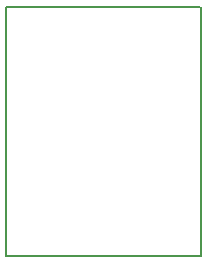
<source format=gbr>
G04 #@! TF.FileFunction,Profile,NP*
%FSLAX46Y46*%
G04 Gerber Fmt 4.6, Leading zero omitted, Abs format (unit mm)*
G04 Created by KiCad (PCBNEW 4.0.6) date Tue May 30 16:02:55 2017*
%MOMM*%
%LPD*%
G01*
G04 APERTURE LIST*
%ADD10C,0.100000*%
%ADD11C,0.150000*%
G04 APERTURE END LIST*
D10*
D11*
X159420000Y-74668000D02*
X159420000Y-95750000D01*
X142910000Y-95750000D02*
X159356500Y-95750000D01*
X142910000Y-74668000D02*
X159356500Y-74668000D01*
X142910000Y-95750000D02*
X142910000Y-74668000D01*
M02*

</source>
